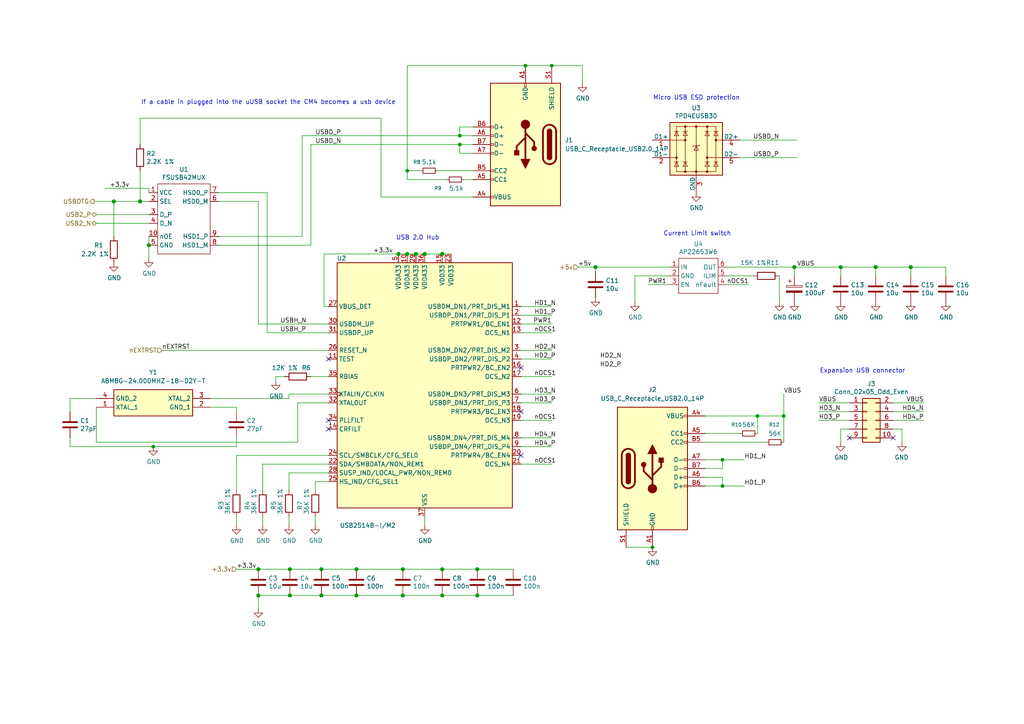
<source format=kicad_sch>
(kicad_sch (version 20250114) (generator "eeschema") (generator_version "9.0")
  (paper "A4")
  (title_block (title "NFC terminal carreir board") (date "2025-08-16") (rev "1") (company "Grigorii Merkushev (aka brushknight)") (comment 1 "brushknight.com"))
  (lib_symbols
    (symbol "ABM8G-24_000MHZ-18-D2Y-T:ABM8G-24.000MHZ-18-D2Y-T"
      (property "Reference" "Y" (at 29.21 7.62 0))
      (property "Value" "ABM8G-24.000MHZ-18-D2Y-T" (at 29.21 5.08 0))
      (symbol "ABM8G-24.000MHZ-18-D2Y-T_1_1"
        (pin passive line (at 0 0 0) (length 5.08) (name "GND_2") (number "4"))
        (pin passive line (at 0 -2.54 0) (length 5.08) (name "XTAL_1") (number "1"))
        (pin passive line (at 33.02 0 180) (length 5.08) (name "XTAL_2") (number "3"))
        (pin passive line (at 33.02 -2.54 180) (length 5.08) (name "GND_1") (number "2"))
      )
    )
    (symbol "CM4IO:AP2553W6"
      (property "Reference" "U" (at 3.81 -6.35 0))
      (property "Value" "AP2553W6" (at -3.81 -6.35 0))
      (symbol "AP2553W6_0_0"
        (pin power_in line (at -8.89 2.54 0) (length 2.54) (name "IN") (number "1"))
        (pin power_out line (at -8.89 0 0) (length 2.54) (name "GND") (number "2"))
        (pin input line (at -8.89 -2.54 0) (length 2.54) (name "EN") (number "3"))
        (pin power_out line (at 7.62 2.54 180) (length 2.54) (name "OUT") (number "6"))
        (pin passive line (at 7.62 0 180) (length 2.54) (name "ILIM") (number "5"))
        (pin open_collector line (at 7.62 -2.54 180) (length 2.54) (name "nFault") (number "4"))
      )
    )
    (symbol "CM4IO:FSUSB42MX"
      (property "Reference" "U" (at -7.62 20.32 0))
      (property "Value" "FSUSB42MX" (at -2.54 -2.54 0))
      (symbol "FSUSB42MX_0_0"
        (pin bidirectional line (at -11.43 16.51 0) (length 2.54) (name "HSD0_P") (number "7"))
        (pin bidirectional line (at -11.43 13.97 0) (length 2.54) (name "HSD0_M") (number "6"))
        (pin bidirectional line (at -11.43 3.81 0) (length 2.54) (name "HSD1_P") (number "9"))
        (pin bidirectional line (at -11.43 1.27 0) (length 2.54) (name "HSD1_M") (number "8"))
        (pin power_in line (at 8.89 16.51 180) (length 2.54) (name "VCC") (number "1"))
        (pin input line (at 8.89 13.97 180) (length 2.54) (name "SEL") (number "2"))
        (pin bidirectional line (at 8.89 10.16 180) (length 2.54) (name "D_P") (number "3"))
        (pin bidirectional line (at 8.89 7.62 180) (length 2.54) (name "D_N") (number "4"))
        (pin input line (at 8.89 3.81 180) (length 2.54) (name "nOE") (number "10"))
        (pin power_in line (at 8.89 1.27 180) (length 2.54) (name "GND") (number "5"))
      )
    )
    (symbol "CM4IO:TPD4EUSB30" (pin_names (offset 0))
      (property "Reference" "U" (at -0.635 8.89 0))
      (property "Value" "TPD4EUSB30" (at 8.89 -10.16 0))
      (symbol "TPD4EUSB30_1_1"
        (pin passive line (at -12.7 2.54 0) (length 5.08) (name "D1+") (number "1"))
        (pin passive line (at -12.7 2.54 0) (length 5.08) (hide yes) (name "~") (number "10"))
        (pin passive line (at -12.7 -2.54 0) (length 5.08) (name "D1-") (number "2"))
        (pin passive line (at -12.7 -2.54 0) (length 5.08) (hide yes) (name "~") (number "9"))
        (pin power_in line (at 0 -12.7 90) (length 5.08) (name "GND") (number "3"))
        (pin passive line (at 0 -12.7 90) (length 5.08) (hide yes) (name "GND") (number "8"))
        (pin passive line (at 12.7 2.54 180) (length 5.08) (name "D2+") (number "4"))
        (pin passive line (at 12.7 2.54 180) (length 5.08) (hide yes) (name "~") (number "7"))
        (pin passive line (at 12.7 -2.54 180) (length 5.08) (name "D2-") (number "5"))
        (pin passive line (at 12.7 -2.54 180) (length 5.08) (hide yes) (name "~") (number "6"))
      )
    )
    (symbol "Connector:USB_C_Receptacle_USB2.0_14P" (pin_names (offset 1.016))
      (property "Reference" "J" (at 0 22.225 0))
      (property "Value" "USB_C_Receptacle_USB2.0_14P" (at 0 19.685 0))
      (symbol "USB_C_Receptacle_USB2.0_14P_1_1"
        (pin passive line (at -7.62 -22.86 90) (length 5.08) (name "SHIELD") (number "S1"))
        (pin passive line (at 0 -22.86 90) (length 5.08) (name "GND") (number "A1"))
        (pin passive line (at 0 -22.86 90) (length 5.08) (hide yes) (name "GND") (number "A12"))
        (pin passive line (at 0 -22.86 90) (length 5.08) (hide yes) (name "GND") (number "B1"))
        (pin passive line (at 0 -22.86 90) (length 5.08) (hide yes) (name "GND") (number "B12"))
        (pin passive line (at 15.24 15.24 180) (length 5.08) (name "VBUS") (number "A4"))
        (pin passive line (at 15.24 15.24 180) (length 5.08) (hide yes) (name "VBUS") (number "A9"))
        (pin passive line (at 15.24 15.24 180) (length 5.08) (hide yes) (name "VBUS") (number "B4"))
        (pin passive line (at 15.24 15.24 180) (length 5.08) (hide yes) (name "VBUS") (number "B9"))
        (pin bidirectional line (at 15.24 10.16 180) (length 5.08) (name "CC1") (number "A5"))
        (pin bidirectional line (at 15.24 7.62 180) (length 5.08) (name "CC2") (number "B5"))
        (pin bidirectional line (at 15.24 2.54 180) (length 5.08) (name "D-") (number "A7"))
        (pin bidirectional line (at 15.24 0 180) (length 5.08) (name "D-") (number "B7"))
        (pin bidirectional line (at 15.24 -2.54 180) (length 5.08) (name "D+") (number "A6"))
        (pin bidirectional line (at 15.24 -5.08 180) (length 5.08) (name "D+") (number "B6"))
      )
    )
    (symbol "Connector_Generic:Conn_02x05_Odd_Even" (pin_names (hide yes))
      (property "Reference" "J" (at 1.27 7.62 0))
      (property "Value" "Conn_02x05_Odd_Even" (at 1.27 -7.62 0))
      (symbol "Conn_02x05_Odd_Even_1_1"
        (pin passive line (at -5.08 5.08 0) (length 3.81) (name "Pin_1") (number "1"))
        (pin passive line (at -5.08 2.54 0) (length 3.81) (name "Pin_3") (number "3"))
        (pin passive line (at -5.08 0 0) (length 3.81) (name "Pin_5") (number "5"))
        (pin passive line (at -5.08 -2.54 0) (length 3.81) (name "Pin_7") (number "7"))
        (pin passive line (at -5.08 -5.08 0) (length 3.81) (name "Pin_9") (number "9"))
        (pin passive line (at 7.62 5.08 180) (length 3.81) (name "Pin_2") (number "2"))
        (pin passive line (at 7.62 2.54 180) (length 3.81) (name "Pin_4") (number "4"))
        (pin passive line (at 7.62 0 180) (length 3.81) (name "Pin_6") (number "6"))
        (pin passive line (at 7.62 -2.54 180) (length 3.81) (name "Pin_8") (number "8"))
        (pin passive line (at 7.62 -5.08 180) (length 3.81) (name "Pin_10") (number "10"))
      )
    )
    (symbol "Device:C" (pin_numbers (hide yes)) (pin_names (offset 0.254))
      (property "Reference" "C" (at 0.635 2.54 0))
      (property "Value" "C" (at 0.635 -2.54 0))
      (symbol "C_1_1"
        (pin passive line (at 0 3.81 270) (length 2.794) (name "~") (number "1"))
        (pin passive line (at 0 -3.81 90) (length 2.794) (name "~") (number "2"))
      )
    )
    (symbol "Device:CP" (pin_numbers (hide yes)) (pin_names (offset 0.254))
      (property "Reference" "C" (at 0.635 2.54 0))
      (property "Value" "CP" (at 0.635 -2.54 0))
      (symbol "CP_1_1"
        (pin passive line (at 0 3.81 270) (length 2.794) (name "~") (number "1"))
        (pin passive line (at 0 -3.81 90) (length 2.794) (name "~") (number "2"))
      )
    )
    (symbol "Device:R" (pin_numbers (hide yes)) (pin_names (offset 0))
      (property "Reference" "R" (at 2.032 0 90))
      (property "Value" "R" (at 0 0 90))
      (symbol "R_1_1"
        (pin passive line (at 0 3.81 270) (length 1.27) (name "~") (number "1"))
        (pin passive line (at 0 -3.81 90) (length 1.27) (name "~") (number "2"))
      )
    )
    (symbol "Device:R_Small" (pin_numbers (hide yes)) (pin_names (offset 0.254) (hide yes))
      (property "Reference" "R" (at 0 0 90))
      (property "Value" "R_Small" (at 1.778 0 90))
      (symbol "R_Small_1_1"
        (pin passive line (at 0 2.54 270) (length 0.762) (name "~") (number "1"))
        (pin passive line (at 0 -2.54 90) (length 0.762) (name "~") (number "2"))
      )
    )
    (symbol "Interface_USB:USB2514B_Bi"
      (property "Reference" "U" (at -17.78 40.64 0))
      (property "Value" "USB2514B_Bi" (at -20.32 38.1 0))
      (symbol "USB2514B_Bi_1_1"
        (pin input line (at -27.94 22.86 0) (length 2.54) (name "VBUS_DET") (number "27"))
        (pin bidirectional line (at -27.94 17.78 0) (length 2.54) (name "USBDM_UP") (number "30"))
        (pin bidirectional line (at -27.94 15.24 0) (length 2.54) (name "USBDP_UP") (number "31"))
        (pin input line (at -27.94 10.16 0) (length 2.54) (name "RESET_N") (number "26"))
        (pin input line (at -27.94 7.62 0) (length 2.54) (name "TEST") (number "11"))
        (pin input line (at -27.94 2.54 0) (length 2.54) (name "RBIAS") (number "35"))
        (pin input clock (at -27.94 -2.54 0) (length 2.54) (name "XTALIN/CLKIN") (number "33"))
        (pin output line (at -27.94 -5.08 0) (length 2.54) (name "XTALOUT") (number "32"))
        (pin input line (at -27.94 -10.16 0) (length 2.54) (name "PLLFILT") (number "34"))
        (pin input line (at -27.94 -12.7 0) (length 2.54) (name "CRFILT") (number "14"))
        (pin bidirectional line (at -27.94 -20.32 0) (length 2.54) (name "SCL/SMBCLK/CFG_SEL0") (number "24"))
        (pin bidirectional line (at -27.94 -22.86 0) (length 2.54) (name "SDA/SMBDATA/NON_REM1") (number "22"))
        (pin bidirectional line (at -27.94 -25.4 0) (length 2.54) (name "SUSP_IND/LOCAL_PWR/NON_REM0") (number "28"))
        (pin bidirectional line (at -27.94 -27.94 0) (length 2.54) (name "HS_IND/CFG_SEL1") (number "25"))
        (pin power_in line (at -7.62 38.1 270) (length 2.54) (name "VDDA33") (number "5"))
        (pin power_in line (at -5.08 38.1 270) (length 2.54) (name "VDDA33") (number "10"))
        (pin power_in line (at -2.54 38.1 270) (length 2.54) (name "VDDA33") (number "29"))
        (pin power_in line (at 0 38.1 270) (length 2.54) (name "VDDA33") (number "36"))
        (pin power_in line (at 0 -38.1 90) (length 2.54) (name "VSS") (number "37"))
        (pin power_in line (at 5.08 38.1 270) (length 2.54) (name "VDD33") (number "15"))
        (pin power_in line (at 7.62 38.1 270) (length 2.54) (name "VDD33") (number "23"))
        (pin bidirectional line (at 27.94 22.86 180) (length 2.54) (name "USBDM_DN1/PRT_DIS_M1") (number "1"))
        (pin bidirectional line (at 27.94 20.32 180) (length 2.54) (name "USBDP_DN1/PRT_DIS_P1") (number "2"))
        (pin bidirectional line (at 27.94 17.78 180) (length 2.54) (name "PRTPWR1/BC_EN1") (number "12"))
        (pin input line (at 27.94 15.24 180) (length 2.54) (name "OCS_N1") (number "13"))
        (pin bidirectional line (at 27.94 10.16 180) (length 2.54) (name "USBDM_DN2/PRT_DIS_M2") (number "3"))
        (pin bidirectional line (at 27.94 7.62 180) (length 2.54) (name "USBDP_DN2/PRT_DIS_P2") (number "4"))
        (pin bidirectional line (at 27.94 5.08 180) (length 2.54) (name "PRTPWR2/BC_EN2") (number "16"))
        (pin input line (at 27.94 2.54 180) (length 2.54) (name "OCS_N2") (number "17"))
        (pin bidirectional line (at 27.94 -2.54 180) (length 2.54) (name "USBDM_DN3/PRT_DIS_M3") (number "6"))
        (pin bidirectional line (at 27.94 -5.08 180) (length 2.54) (name "USBDP_DN3/PRT_DIS_P3") (number "7"))
        (pin bidirectional line (at 27.94 -7.62 180) (length 2.54) (name "PRTPWR3/BC_EN3") (number "18"))
        (pin input line (at 27.94 -10.16 180) (length 2.54) (name "OCS_N3") (number "19"))
        (pin bidirectional line (at 27.94 -15.24 180) (length 2.54) (name "USBDM_DN4/PRT_DIS_M4") (number "8"))
        (pin bidirectional line (at 27.94 -17.78 180) (length 2.54) (name "USBDP_DN4/PRT_DIS_P4") (number "9"))
        (pin bidirectional line (at 27.94 -20.32 180) (length 2.54) (name "PRTPWR4/BC_EN4") (number "20"))
        (pin input line (at 27.94 -22.86 180) (length 2.54) (name "OCS_N4") (number "21"))
      )
    )
    (symbol "power:GND" (power) (pin_names (offset 0))
      (property "Value" "GND" (at 0 -3.81 0))
      (symbol "GND_1_1"
        (pin power_in line (at 0 0 270) (length 0) (hide yes) (name "GND") (number "1"))
      )
    )
  )
  (text "Expansion USB connector" (at 262.6106 108.3818 0) (effects (font (size 1.27 1.27)) (justify right bottom)))
  (text "Current Limit switch" (at 212.09 68.58 0) (effects (font (size 1.27 1.27)) (justify right bottom)))
  (text "USB 2.0 Hub" (at 127.4318 69.7992 0) (effects (font (size 1.27 1.27)) (justify right bottom)))
  (text "If a cable in plugged into the uUSB socket the CM4 becomes a usb device" (at 40.894 30.48 0) (effects (font (size 1.27 1.27)) (justify left bottom)))
  (text "Micro USB ESD protection" (at 214.63 29.21 0) (effects (font (size 1.27 1.27)) (justify right bottom)))
  (junction (at 103.378 165.1) (diameter 1.016))
  (junction (at 103.378 172.72) (diameter 1.016))
  (junction (at 138.43 165.1) (diameter 1.016))
  (junction (at 93.218 165.1) (diameter 1.016))
  (junction (at 74.93 172.72) (diameter 1.016))
  (junction (at 172.72 77.47) (diameter 1.016))
  (junction (at 227.33 120.65))
  (junction (at 116.84 165.1) (diameter 1.016))
  (junction (at 84.074 165.1) (diameter 1.016))
  (junction (at 118.11 49.53))
  (junction (at 128.27 172.72) (diameter 1.016))
  (junction (at 254 77.47) (diameter 1.016))
  (junction (at 152.4 19.05))
  (junction (at 120.65 73.66) (diameter 1.016))
  (junction (at 128.27 73.66) (diameter 1.016))
  (junction (at 44.45 129.54))
  (junction (at 133.35 41.91))
  (junction (at 160.02 19.05))
  (junction (at 40.64 58.42) (diameter 1.016))
  (junction (at 123.19 73.66) (diameter 1.016))
  (junction (at 128.27 165.1) (diameter 1.016))
  (junction (at 230.378 77.47) (diameter 1.016))
  (junction (at 209.55 140.97))
  (junction (at 74.93 165.1) (diameter 1.016))
  (junction (at 93.218 172.72) (diameter 1.016))
  (junction (at 209.55 133.35))
  (junction (at 219.71 120.65))
  (junction (at 84.074 172.72) (diameter 1.016))
  (junction (at 133.35 39.37))
  (junction (at 264.16 77.47) (diameter 1.016))
  (junction (at 189.23 158.75))
  (junction (at 43.18 71.12) (diameter 1.016))
  (junction (at 33.02 58.42) (diameter 1.016))
  (junction (at 115.57 73.66) (diameter 1.016))
  (junction (at 243.84 77.47) (diameter 1.016))
  (junction (at 116.84 172.72) (diameter 1.016))
  (junction (at 118.11 73.66) (diameter 1.016))
  (junction (at 138.43 172.72) (diameter 1.016))
  (no_connect (at 95.25 121.92))
  (no_connect (at 95.25 104.14))
  (no_connect (at 246.38 127))
  (no_connect (at 259.08 127))
  (no_connect (at 95.25 124.46))
  (no_connect (at 151.13 119.38))
  (no_connect (at 151.13 106.68))
  (no_connect (at 151.13 132.08))
  (wire (pts (xy 151.13 96.52) (xy 160.02 96.52)))
  (wire (pts (xy 209.55 140.97) (xy 215.9 140.97)))
  (wire (pts (xy 267.97 121.92) (xy 259.08 121.92)))
  (wire (pts (xy 151.13 88.9) (xy 160.02 88.9)))
  (wire (pts (xy 133.35 41.91) (xy 137.16 41.91)))
  (wire (pts (xy 74.93 165.1) (xy 84.074 165.1)))
  (wire (pts (xy 151.13 116.84) (xy 160.02 116.84)))
  (wire (pts (xy 172.72 77.47) (xy 194.31 77.47)))
  (wire (pts (xy 93.218 165.1) (xy 103.378 165.1)))
  (wire (pts (xy 267.97 116.84) (xy 259.08 116.84)))
  (wire (pts (xy 237.49 116.84) (xy 246.38 116.84)))
  (wire (pts (xy 151.13 91.44) (xy 160.02 91.44)))
  (wire (pts (xy 134.62 52.07) (xy 137.16 52.07)))
  (wire (pts (xy 95.25 93.98) (xy 74.93 93.98)))
  (wire (pts (xy 83.82 142.24) (xy 83.82 137.16)))
  (wire (pts (xy 168.91 19.05) (xy 168.91 24.13)))
  (wire (pts (xy 209.55 135.89) (xy 204.47 135.89)))
  (wire (pts (xy 60.96 115.57) (xy 83.82 115.57)))
  (wire (pts (xy 151.13 114.3) (xy 160.02 114.3)))
  (wire (pts (xy 138.43 165.1) (xy 148.844 165.1)))
  (wire (pts (xy 68.58 149.86) (xy 68.58 152.4)))
  (wire (pts (xy 204.47 120.65) (xy 219.71 120.65)))
  (wire (pts (xy 194.31 80.01) (xy 184.15 80.01)))
  (wire (pts (xy 93.98 88.9) (xy 93.98 73.66)))
  (wire (pts (xy 43.18 58.42) (xy 40.64 58.42)))
  (wire (pts (xy 77.47 55.88) (xy 77.47 96.52)))
  (wire (pts (xy 184.15 80.01) (xy 184.15 87.63)))
  (wire (pts (xy 219.71 120.65) (xy 227.33 120.65)))
  (wire (pts (xy 74.93 58.42) (xy 74.93 93.98)))
  (wire (pts (xy 118.11 73.66) (xy 120.65 73.66)))
  (wire (pts (xy 151.13 134.62) (xy 160.02 134.62)))
  (wire (pts (xy 43.18 55.88) (xy 43.18 54.61)))
  (wire (pts (xy 82.55 109.22) (xy 80.01 109.22)))
  (wire (pts (xy 118.11 52.07) (xy 118.11 49.53)))
  (wire (pts (xy 128.27 172.72) (xy 138.43 172.72)))
  (wire (pts (xy 68.58 129.54) (xy 44.45 129.54)))
  (wire (pts (xy 63.5 71.12) (xy 90.17 71.12)))
  (wire (pts (xy 91.44 149.86) (xy 91.44 152.4)))
  (wire (pts (xy 127 49.53) (xy 137.16 49.53)))
  (wire (pts (xy 254 77.47) (xy 264.16 77.47)))
  (wire (pts (xy 264.16 77.47) (xy 264.16 80.01)))
  (wire (pts (xy 118.11 19.05) (xy 152.4 19.05)))
  (wire (pts (xy 76.2 134.62) (xy 95.25 134.62)))
  (wire (pts (xy 90.17 71.12) (xy 90.17 41.91)))
  (wire (pts (xy 204.47 125.73) (xy 214.63 125.73)))
  (wire (pts (xy 137.16 36.83) (xy 133.35 36.83)))
  (wire (pts (xy 76.2 149.86) (xy 76.2 152.4)))
  (wire (pts (xy 204.47 138.43) (xy 209.55 138.43)))
  (wire (pts (xy 151.13 101.6) (xy 160.02 101.6)))
  (wire (pts (xy 90.17 109.22) (xy 95.25 109.22)))
  (wire (pts (xy 210.82 77.47) (xy 230.378 77.47)))
  (wire (pts (xy 230.378 77.47) (xy 243.84 77.47)))
  (wire (pts (xy 209.55 133.35) (xy 209.55 135.89)))
  (wire (pts (xy 167.64 77.47) (xy 172.72 77.47)))
  (wire (pts (xy 27.94 128.27) (xy 86.36 128.27)))
  (wire (pts (xy 151.13 121.92) (xy 160.02 121.92)))
  (wire (pts (xy 123.19 73.66) (xy 128.27 73.66)))
  (wire (pts (xy 152.4 19.05) (xy 160.02 19.05)))
  (wire (pts (xy 214.63 40.64) (xy 231.14 40.64)))
  (wire (pts (xy 243.84 77.47) (xy 254 77.47)))
  (wire (pts (xy 27.94 118.11) (xy 27.94 128.27)))
  (wire (pts (xy 63.5 68.58) (xy 87.63 68.58)))
  (wire (pts (xy 27.94 64.77) (xy 43.18 64.77)))
  (wire (pts (xy 84.074 172.72) (xy 93.218 172.72)))
  (wire (pts (xy 68.58 132.08) (xy 95.25 132.08)))
  (wire (pts (xy 204.47 133.35) (xy 209.55 133.35)))
  (wire (pts (xy 133.35 44.45) (xy 133.35 41.91)))
  (wire (pts (xy 151.13 104.14) (xy 160.02 104.14)))
  (wire (pts (xy 95.25 116.84) (xy 86.36 116.84)))
  (wire (pts (xy 87.63 68.58) (xy 87.63 39.37)))
  (wire (pts (xy 261.62 124.46) (xy 261.62 128.27)))
  (wire (pts (xy 214.63 45.72) (xy 231.14 45.72)))
  (wire (pts (xy 93.98 73.66) (xy 115.57 73.66)))
  (wire (pts (xy 83.82 149.86) (xy 83.82 152.4)))
  (wire (pts (xy 219.71 125.73) (xy 219.71 120.65)))
  (wire (pts (xy 237.49 121.92) (xy 246.38 121.92)))
  (wire (pts (xy 133.35 36.83) (xy 133.35 39.37)))
  (wire (pts (xy 86.36 116.84) (xy 86.36 128.27)))
  (wire (pts (xy 151.13 109.22) (xy 160.02 109.22)))
  (wire (pts (xy 91.44 142.24) (xy 91.44 139.7)))
  (wire (pts (xy 20.32 129.54) (xy 20.32 127)))
  (wire (pts (xy 254 77.47) (xy 254 80.01)))
  (wire (pts (xy 120.65 73.66) (xy 123.19 73.66)))
  (wire (pts (xy 27.305 58.42) (xy 33.02 58.42)))
  (wire (pts (xy 226.06 80.01) (xy 226.06 87.63)))
  (wire (pts (xy 204.47 140.97) (xy 209.55 140.97)))
  (wire (pts (xy 138.43 172.72) (xy 148.844 172.72)))
  (wire (pts (xy 103.378 172.72) (xy 116.84 172.72)))
  (wire (pts (xy 83.82 114.3) (xy 95.25 114.3)))
  (wire (pts (xy 63.5 55.88) (xy 77.47 55.88)))
  (wire (pts (xy 137.16 44.45) (xy 133.35 44.45)))
  (wire (pts (xy 123.19 149.86) (xy 123.19 152.4)))
  (wire (pts (xy 230.378 77.47) (xy 230.378 80.01)))
  (wire (pts (xy 121.92 49.53) (xy 118.11 49.53)))
  (wire (pts (xy 93.218 172.72) (xy 103.378 172.72)))
  (wire (pts (xy 118.11 49.53) (xy 118.11 19.05)))
  (wire (pts (xy 237.49 119.38) (xy 246.38 119.38)))
  (wire (pts (xy 227.33 120.65) (xy 227.33 114.3)))
  (wire (pts (xy 103.378 165.1) (xy 116.84 165.1)))
  (wire (pts (xy 151.13 93.98) (xy 160.02 93.98)))
  (wire (pts (xy 209.55 133.35) (xy 215.9 133.35)))
  (wire (pts (xy 115.57 73.66) (xy 118.11 73.66)))
  (wire (pts (xy 160.02 19.05) (xy 168.91 19.05)))
  (wire (pts (xy 30.48 54.61) (xy 43.18 54.61)))
  (wire (pts (xy 210.82 82.55) (xy 217.17 82.55)))
  (wire (pts (xy 274.32 80.01) (xy 274.32 77.47)))
  (wire (pts (xy 210.82 80.01) (xy 218.44 80.01)))
  (wire (pts (xy 187.96 82.55) (xy 194.31 82.55)))
  (wire (pts (xy 95.25 88.9) (xy 93.98 88.9)))
  (wire (pts (xy 68.58 118.11) (xy 68.58 119.38)))
  (wire (pts (xy 91.44 139.7) (xy 95.25 139.7)))
  (wire (pts (xy 74.93 176.53) (xy 74.93 172.72)))
  (wire (pts (xy 20.32 119.38) (xy 20.32 115.57)))
  (wire (pts (xy 209.55 138.43) (xy 209.55 140.97)))
  (wire (pts (xy 20.32 115.57) (xy 27.94 115.57)))
  (wire (pts (xy 128.27 73.66) (xy 130.81 73.66)))
  (wire (pts (xy 181.61 158.75) (xy 189.23 158.75)))
  (wire (pts (xy 77.47 96.52) (xy 95.25 96.52)))
  (wire (pts (xy 259.08 124.46) (xy 261.62 124.46)))
  (wire (pts (xy 63.5 58.42) (xy 74.93 58.42)))
  (wire (pts (xy 243.84 124.46) (xy 246.38 124.46)))
  (wire (pts (xy 74.93 172.72) (xy 84.074 172.72)))
  (wire (pts (xy 68.58 165.1) (xy 74.93 165.1)))
  (wire (pts (xy 43.18 71.12) (xy 43.18 74.93)))
  (wire (pts (xy 33.02 58.42) (xy 33.02 68.58)))
  (wire (pts (xy 116.84 172.72) (xy 128.27 172.72)))
  (wire (pts (xy 151.13 129.54) (xy 160.02 129.54)))
  (wire (pts (xy 243.84 124.46) (xy 243.84 128.27)))
  (wire (pts (xy 116.84 165.1) (xy 128.27 165.1)))
  (wire (pts (xy 129.54 52.07) (xy 118.11 52.07)))
  (wire (pts (xy 40.64 49.53) (xy 40.64 58.42)))
  (wire (pts (xy 227.33 120.65) (xy 227.33 128.27)))
  (wire (pts (xy 46.99 101.6) (xy 95.25 101.6)))
  (wire (pts (xy 68.58 127) (xy 68.58 129.54)))
  (wire (pts (xy 128.27 165.1) (xy 138.43 165.1)))
  (wire (pts (xy 151.13 127) (xy 160.02 127)))
  (wire (pts (xy 204.47 128.27) (xy 222.25 128.27)))
  (wire (pts (xy 27.94 62.23) (xy 43.18 62.23)))
  (wire (pts (xy 264.16 77.47) (xy 274.32 77.47)))
  (wire (pts (xy 76.2 142.24) (xy 76.2 134.62)))
  (wire (pts (xy 40.64 34.29) (xy 110.49 34.29)))
  (wire (pts (xy 40.64 58.42) (xy 33.02 58.42)))
  (wire (pts (xy 68.58 142.24) (xy 68.58 132.08)))
  (wire (pts (xy 60.96 118.11) (xy 68.58 118.11)))
  (wire (pts (xy 110.49 57.15) (xy 137.16 57.15)))
  (wire (pts (xy 90.17 41.91) (xy 133.35 41.91)))
  (wire (pts (xy 84.074 165.1) (xy 93.218 165.1)))
  (wire (pts (xy 87.63 39.37) (xy 133.35 39.37)))
  (wire (pts (xy 172.72 78.74) (xy 172.72 77.47)))
  (wire (pts (xy 80.01 109.22) (xy 80.01 110.49)))
  (wire (pts (xy 133.35 39.37) (xy 137.16 39.37)))
  (wire (pts (xy 40.64 41.91) (xy 40.64 34.29)))
  (wire (pts (xy 83.82 137.16) (xy 95.25 137.16)))
  (wire (pts (xy 43.18 68.58) (xy 43.18 71.12)))
  (wire (pts (xy 267.97 119.38) (xy 259.08 119.38)))
  (wire (pts (xy 110.49 34.29) (xy 110.49 57.15)))
  (wire (pts (xy 83.82 114.3) (xy 83.82 115.57)))
  (wire (pts (xy 44.45 129.54) (xy 20.32 129.54)))
  (wire (pts (xy 243.84 80.01) (xy 243.84 77.47)))
  (label "nOCS1" (at 154.94 96.52 0))
  (label "+3.3v" (at 31.75 54.61 0))
  (label "HD3_N" (at 237.49 119.38 0))
  (label "HD1_N" (at 154.94 88.9 0))
  (label "HD4_P" (at 154.94 129.54 0))
  (label "HD1_N" (at 215.9 133.35 0))
  (label "HD1_P" (at 215.9 140.97 0))
  (label "VBUS" (at 237.49 116.84 0))
  (label "nOCS1" (at 210.82 82.55 0))
  (label "PWR1" (at 160.02 93.98 180))
  (label "USBD_N" (at 218.44 40.64 0))
  (label "nOCS1" (at 154.94 109.22 0))
  (label "VBUS" (at 231.14 77.47 0))
  (label "USBD_N" (at 91.44 41.91 0))
  (label "HD2_P" (at 154.94 104.14 0))
  (label "+3.3v" (at 68.58 165.1 0))
  (label "+5v" (at 167.64 77.47 0))
  (label "HD4_N" (at 154.94 127 0))
  (label "HD4_P" (at 267.97 121.92 180))
  (label "USBH_P" (at 81.28 96.52 0))
  (label "HD3_P" (at 154.94 116.84 0))
  (label "nEXTRST" (at 46.99 101.6 0))
  (label "+3.3v" (at 108.204 73.66 0))
  (label "HD2_N" (at 154.94 101.6 0))
  (label "USBD_P" (at 218.44 45.72 0))
  (label "USBD_P" (at 91.44 39.37 0))
  (label "HD4_N" (at 267.97 119.38 180))
  (label "nOCS1" (at 154.94 134.62 0))
  (label "nOCS1" (at 154.94 121.92 0))
  (label "HD3_P" (at 237.49 121.92 0))
  (label "PWR1" (at 187.96 82.55 0))
  (label "VBUS" (at 227.33 114.3 0))
  (label "USBH_N" (at 81.28 93.98 0))
  (label "HD2_N" (at 173.99 104.14 0))
  (label "HD3_N" (at 154.94 114.3 0))
  (label "HD1_P" (at 154.94 91.44 0))
  (label "VBUS" (at 267.97 116.84 180))
  (label "HD2_P" (at 173.99 106.68 0))
  (hierarchical_label "USB2_N" (shape bidirectional) (at 27.94 64.77 180))
  (hierarchical_label "USBOTG" (shape output) (at 27.305 58.42 180))
  (hierarchical_label "+3.3v" (shape input) (at 68.58 165.1 180))
  (hierarchical_label "USB2_P" (shape bidirectional) (at 27.94 62.23 180))
  (hierarchical_label "nEXTRST" (shape input) (at 46.99 101.6 180))
  (hierarchical_label "+5v" (shape input) (at 167.64 77.47 180))
  (symbol (lib_id "power:GND") (at 243.84 128.27 0) (unit 1)
    (property "Reference" "#PWR019" (effects (hide yes)))
    (property "Value" "GND" (at 243.967 132.6642 0))
  )
  (symbol (lib_id "power:GND") (at 261.62 128.27 0) (mirror y) (unit 1)
    (property "Reference" "#PWR021" (effects (hide yes)))
    (property "Value" "GND" (at 261.493 132.6642 0))
  )
  (symbol (lib_id "Connector_Generic:Conn_02x05_Odd_Even") (at 251.46 121.92 0) (unit 1)
    (property "Reference" "J3" (at 252.73 111.3282 0))
    (property "Value" "Conn_02x05_Odd_Even" (at 252.73 113.6396 0))
    (property "Footprint" "Connector_PinHeader_2.54mm:PinHeader_2x05_P2.54mm_Vertical" (effects (hide yes)))
    (property "Datasheet" "https://www.toby.co.uk/uploads/publications/1673.pdf" (effects (hide yes)))
    (property "Field4" "Toby" (effects (hide yes)))
    (property "Field5" "THD-05-R" (effects (hide yes)))
    (property "Field6" "THD-05-R" (effects (hide yes)))
    (property "Field7" "Toby" (effects (hide yes)))
    (property "Part Description" "PinHeader_2x05_P2.54mm_Vertical" (effects (hide yes)))
  )
  (symbol (lib_id "Device:R") (at 40.64 45.72 0) (unit 1)
    (property "Reference" "R2" (at 42.418 44.5516 0) (effects (justify left)))
    (property "Value" "2.2K 1%" (at 42.418 46.863 0) (effects (justify left)))
    (property "Footprint" "Resistor_SMD:R_0402_1005Metric" (effects (hide yes)))
    (property "Datasheet" "https://fscdn.rohm.com/en/products/databook/datasheet/passive/resistor/chip_resistor/mcr-e.pdf" (effects (hide yes)))
    (property "Field4" "Farnell" (effects (hide yes)))
    (property "Field5" "9239278" (effects (hide yes)))
    (property "Field7" "KOA EUROPE GMBH" (effects (hide yes)))
    (property "Field6" "RK73G1ETQTP2201D         " (effects (hide yes)))
    (property "Part Description" "Resistor 2.2K M1005 1% 63mW" (effects (hide yes)))
    (property "Field8" "120889581" (effects (hide yes)))
    (property "LCSC" "C114762" (effects (hide yes)))
  )
  (symbol (lib_id "power:GND") (at 172.72 86.36 0) (unit 1)
    (property "Reference" "#PWR012" (effects (hide yes)))
    (property "Value" "GND" (at 172.847 90.7542 0))
  )
  (symbol (lib_id "Device:C") (at 243.84 83.82 0) (unit 1)
    (property "Reference" "C13" (at 246.761 82.6516 0) (effects (justify left)))
    (property "Value" "10u" (at 246.761 84.963 0) (effects (justify left)))
    (property "Footprint" "Capacitor_SMD:C_0805_2012Metric" (effects (hide yes)))
    (property "Datasheet" "https://search.murata.co.jp/Ceramy/image/img/A01X/G101/ENG/GRM21BR71A106KA73-01.pdf" (effects (hide yes)))
    (property "Field5" "490-14381-1-ND" (effects (hide yes)))
    (property "Field4" "Digikey" (effects (hide yes)))
    (property "Field6" "GRM21BR71A106KA73L" (effects (hide yes)))
    (property "Field7" "Murata" (effects (hide yes)))
    (property "Part Description" "	10uF 10% 10V Ceramic Capacitor X7R 0805 (2012 Metric)" (effects (hide yes)))
    (property "Field8" "111893011" (effects (hide yes)))
    (property "LCSC" "C15850" (effects (hide yes)))
  )
  (symbol (lib_id "power:GND") (at 243.84 87.63 0) (unit 1)
    (property "Reference" "#PWR018" (effects (hide yes)))
    (property "Value" "GND" (at 243.967 92.0242 0))
  )
  (symbol (lib_id "Device:C") (at 254 83.82 0) (unit 1)
    (property "Reference" "C14" (at 256.921 82.6516 0) (effects (justify left)))
    (property "Value" "10u" (at 256.921 84.963 0) (effects (justify left)))
    (property "Footprint" "Capacitor_SMD:C_0805_2012Metric" (effects (hide yes)))
    (property "Datasheet" "https://search.murata.co.jp/Ceramy/image/img/A01X/G101/ENG/GRM21BR71A106KA73-01.pdf" (effects (hide yes)))
    (property "Field5" "490-14381-1-ND" (effects (hide yes)))
    (property "Field4" "Digikey" (effects (hide yes)))
    (property "Field6" "GRM21BR71A106KA73L" (effects (hide yes)))
    (property "Field7" "Murata" (effects (hide yes)))
    (property "Part Description" "	10uF 10% 10V Ceramic Capacitor X7R 0805 (2012 Metric)" (effects (hide yes)))
    (property "Field8" "111893011" (effects (hide yes)))
    (property "LCSC" "C15850" (effects (hide yes)))
  )
  (symbol (lib_id "power:GND") (at 254 87.63 0) (unit 1)
    (property "Reference" "#PWR020" (effects (hide yes)))
    (property "Value" "GND" (at 254.127 92.0242 0))
  )
  (symbol (lib_id "Device:C") (at 264.16 83.82 0) (unit 1)
    (property "Reference" "C15" (at 267.081 82.6516 0) (effects (justify left)))
    (property "Value" "10u" (at 267.081 84.963 0) (effects (justify left)))
    (property "Footprint" "Capacitor_SMD:C_0805_2012Metric" (effects (hide yes)))
    (property "Datasheet" "https://search.murata.co.jp/Ceramy/image/img/A01X/G101/ENG/GRM21BR71A106KA73-01.pdf" (effects (hide yes)))
    (property "Field5" "490-14381-1-ND" (effects (hide yes)))
    (property "Field4" "Digikey" (effects (hide yes)))
    (property "Field6" "GRM21BR71A106KA73L" (effects (hide yes)))
    (property "Field7" "Murata" (effects (hide yes)))
    (property "Part Description" "	10uF 10% 10V Ceramic Capacitor X7R 0805 (2012 Metric)" (effects (hide yes)))
    (property "Field8" "111893011" (effects (hide yes)))
    (property "LCSC" "C15850" (effects (hide yes)))
  )
  (symbol (lib_id "Device:C") (at 274.32 83.82 0) (unit 1)
    (property "Reference" "C16" (at 277.241 82.6516 0) (effects (justify left)))
    (property "Value" "10u" (at 277.241 84.963 0) (effects (justify left)))
    (property "Footprint" "Capacitor_SMD:C_0805_2012Metric" (effects (hide yes)))
    (property "Datasheet" "https://search.murata.co.jp/Ceramy/image/img/A01X/G101/ENG/GRM21BR71A106KA73-01.pdf" (effects (hide yes)))
    (property "Field5" "490-14381-1-ND" (effects (hide yes)))
    (property "Field4" "Digikey" (effects (hide yes)))
    (property "Field6" "GRM21BR71A106KA73L" (effects (hide yes)))
    (property "Field7" "Murata" (effects (hide yes)))
    (property "Part Description" "	10uF 10% 10V Ceramic Capacitor X7R 0805 (2012 Metric)" (effects (hide yes)))
    (property "Field8" "111893011" (effects (hide yes)))
    (property "LCSC" "C15850" (effects (hide yes)))
  )
  (symbol (lib_id "Device:R") (at 33.02 72.39 0) (unit 1)
    (property "Reference" "R1" (at 27.305 71.12 0) (effects (justify left)))
    (property "Value" "2.2K 1%" (at 23.495 73.66 0) (effects (justify left)))
    (property "Footprint" "Resistor_SMD:R_0402_1005Metric" (effects (hide yes)))
    (property "Datasheet" "https://fscdn.rohm.com/en/products/databook/datasheet/passive/resistor/chip_resistor/mcr-e.pdf" (effects (hide yes)))
    (property "Field4" "Farnell" (effects (hide yes)))
    (property "Field5" "9239278" (effects (hide yes)))
    (property "Field7" "KOA EUROPE GMBH" (effects (hide yes)))
    (property "Field6" "RK73G1ETQTP2201D         " (effects (hide yes)))
    (property "Part Description" "Resistor 2.2K M1005 1% 63mW" (effects (hide yes)))
    (property "Field8" "120889581" (effects (hide yes)))
    (property "LCSC" "C114762" (effects (hide yes)))
  )
  (symbol (lib_id "CM4IO:AP2553W6") (at 203.2 80.01 0) (unit 1)
    (property "Reference" "U4" (at 202.565 70.739 0))
    (property "Value" "AP22653W6" (at 202.565 73.0504 0))
    (property "Footprint" "Package_TO_SOT_SMD:SOT-23-6" (effects (hide yes)))
    (property "Datasheet" "https://www.diodes.com/assets/Datasheets/AP255x.pdf" (effects (hide yes)))
    (property "Field4" "Digikey" (effects (hide yes)))
    (property "Field5" "	31-AP22653W6-7CT-ND" (effects (hide yes)))
    (property "Field6" "AP22653W6" (effects (hide yes)))
    (property "Field7" "Diodes" (effects (hide yes)))
    (property "Part Description" "	Power Switch/Driver 1:1 P-Channel 2.1A SOT-23-6" (effects (hide yes)))
    (property "LCSC" "C2158037" (effects (hide yes)))
  )
  (symbol (lib_id "Interface_USB:USB2514B_Bi") (at 123.19 111.76 0) (unit 1)
    (property "Reference" "U2" (at 99.06 74.93 0))
    (property "Value" "USB2514B-I/M2" (at 106.68 152.4 0))
    (property "Footprint" "Package_DFN_QFN:QFN-36-1EP_6x6mm_P0.5mm_EP3.7x3.7mm" (effects (hide yes)))
    (property "Datasheet" "http://ww1.microchip.com/downloads/en/DeviceDoc/00001692C.pdf" (effects (hide yes)))
    (property "Field4" "Farnell" (effects (hide yes)))
    (property "Field5" "2775060" (effects (hide yes)))
    (property "Field6" "USB2514B-I/M2" (effects (hide yes)))
    (property "Field7" "Microchip" (effects (hide yes)))
    (property "Part Description" "	USB Hub Controller USB Interface 36-SQFN (6x6)" (effects (hide yes)))
    (property "Field8" "UICC00931" (effects (hide yes)))
    (property "LCSC" "C220679" (effects (hide yes)))
  )
  (symbol (lib_id "power:GND") (at 80.01 110.49 0) (unit 1)
    (property "Reference" "#PWR07" (effects (hide yes)))
    (property "Value" "GND" (at 80.137 114.8842 0))
  )
  (symbol (lib_id "power:GND") (at 184.15 87.63 0) (unit 1)
    (property "Reference" "#PWR013" (effects (hide yes)))
    (property "Value" "GND" (at 184.277 92.0242 0))
  )
  (symbol (lib_id "Device:R") (at 83.82 146.05 0) (unit 1)
    (property "Reference" "R5" (at 79.375 147.955 90) (effects (justify left)))
    (property "Value" "36K 1%" (at 81.28 149.225 90) (effects (justify left)))
    (property "Footprint" "Resistor_SMD:R_0402_1005Metric" (effects (hide yes)))
    (property "Datasheet" "https://fscdn.rohm.com/en/products/databook/datasheet/passive/resistor/chip_resistor/mcr-e.pdf" (effects (hide yes)))
    (property "Field4" "Farnell" (effects (hide yes)))
    (property "Field5" "1458788" (effects (hide yes)))
    (property "Field7" "Rohm" (effects (hide yes)))
    (property "Field6" "MCR01MZPF3602" (effects (hide yes)))
    (property "Part Description" "Resistor 36K M1005 1% 63mW" (effects (hide yes)))
    (property "LCSC" "0402" (effects (hide yes)))
  )
  (symbol (lib_id "Device:R") (at 76.2 146.05 0) (unit 1)
    (property "Reference" "R4" (at 71.755 147.955 90) (effects (justify left)))
    (property "Value" "36K 1%" (at 73.66 149.225 90) (effects (justify left)))
    (property "Footprint" "Resistor_SMD:R_0402_1005Metric" (effects (hide yes)))
    (property "Datasheet" "https://fscdn.rohm.com/en/products/databook/datasheet/passive/resistor/chip_resistor/mcr-e.pdf" (effects (hide yes)))
    (property "Field4" "Farnell" (effects (hide yes)))
    (property "Field5" "1458788" (effects (hide yes)))
    (property "Field7" "Rohm" (effects (hide yes)))
    (property "Field6" "MCR01MZPF3602" (effects (hide yes)))
    (property "Part Description" "Resistor 36K M1005 1% 63mW" (effects (hide yes)))
    (property "LCSC" "0402" (effects (hide yes)))
  )
  (symbol (lib_id "Device:R") (at 68.58 146.05 0) (unit 1)
    (property "Reference" "R3" (at 64.135 147.955 90) (effects (justify left)))
    (property "Value" "36K 1%" (at 66.04 149.225 90) (effects (justify left)))
    (property "Footprint" "Resistor_SMD:R_0402_1005Metric" (effects (hide yes)))
    (property "Datasheet" "https://fscdn.rohm.com/en/products/databook/datasheet/passive/resistor/chip_resistor/mcr-e.pdf" (effects (hide yes)))
    (property "Field4" "Farnell" (effects (hide yes)))
    (property "Field5" "1458788" (effects (hide yes)))
    (property "Field7" "Rohm" (effects (hide yes)))
    (property "Field6" "MCR01MZPF3602" (effects (hide yes)))
    (property "Part Description" "Resistor 36K M1005 1% 63mW" (effects (hide yes)))
    (property "LCSC" "0402" (effects (hide yes)))
  )
  (symbol (lib_id "power:GND") (at 68.58 152.4 0) (unit 1)
    (property "Reference" "#PWR04" (effects (hide yes)))
    (property "Value" "GND" (at 68.707 156.7942 0))
  )
  (symbol (lib_id "power:GND") (at 76.2 152.4 0) (unit 1)
    (property "Reference" "#PWR06" (effects (hide yes)))
    (property "Value" "GND" (at 76.327 156.7942 0))
  )
  (symbol (lib_id "power:GND") (at 83.82 152.4 0) (unit 1)
    (property "Reference" "#PWR08" (effects (hide yes)))
    (property "Value" "GND" (at 83.947 156.7942 0))
  )
  (symbol (lib_id "power:GND") (at 91.44 152.4 0) (unit 1)
    (property "Reference" "#PWR09" (effects (hide yes)))
    (property "Value" "GND" (at 91.567 156.7942 0))
  )
  (symbol (lib_id "Device:R") (at 222.25 80.01 90) (unit 1)
    (property "Reference" "R11" (at 226.06 76.2 90) (effects (justify left)))
    (property "Value" "15K 1%" (at 222.25 76.2 90) (effects (justify left)))
    (property "Footprint" "Resistor_SMD:R_0402_1005Metric" (effects (hide yes)))
    (property "Datasheet" "https://fscdn.rohm.com/en/products/databook/datasheet/passive/resistor/chip_resistor/mcr-e.pdf" (effects (hide yes)))
    (property "Field4" "Farnell" (effects (hide yes)))
    (property "Field5" "9239375" (effects (hide yes)))
    (property "Field6" "MCR01MZPF1502" (effects (hide yes)))
    (property "Field7" "Rohm" (effects (hide yes)))
    (property "Part Description" "Resistor 15K M1005 1% 63mW" (effects (hide yes)))
    (property "Field8" "120891581" (effects (hide yes)))
    (property "LCSC" "C114761" (effects (hide yes)))
  )
  (symbol (lib_id "power:GND") (at 226.06 87.63 0) (unit 1)
    (property "Reference" "#PWR016" (effects (hide yes)))
    (property "Value" "GND" (at 226.187 92.0242 0))
  )
  (symbol (lib_id "power:GND") (at 264.16 87.63 0) (unit 1)
    (property "Reference" "#PWR022" (effects (hide yes)))
    (property "Value" "GND" (at 264.287 92.0242 0))
  )
  (symbol (lib_id "power:GND") (at 274.32 87.63 0) (unit 1)
    (property "Reference" "#PWR023" (effects (hide yes)))
    (property "Value" "GND" (at 274.447 92.0242 0))
  )
  (symbol (lib_id "power:GND") (at 168.91 24.13 0) (unit 1)
    (property "Reference" "#PWR011" (effects (hide yes)))
    (property "Value" "GND" (at 169.037 28.5242 0))
  )
  (symbol (lib_id "CM4IO:FSUSB42MX") (at 52.07 72.39 0) (mirror y) (unit 1)
    (property "Reference" "U1" (at 53.34 49.149 0))
    (property "Value" "FSUSB42MUX" (at 53.34 51.4604 0))
    (property "Footprint" "Package_SO:MSOP-10_3x3mm_P0.5mm" (effects (hide yes)))
    (property "Datasheet" "https://www.onsemi.com/pub/Collateral/FSUSB42-D.PDF" (effects (hide yes)))
    (property "Field4" "Farnell" (effects (hide yes)))
    (property "Field5" "2564479" (effects (hide yes)))
    (property "Field6" "FSUSB42MUX" (effects (hide yes)))
    (property "Field7" "Onsemi" (effects (hide yes)))
    (property "Part Description" "USB Switch IC 1 Channel 10-MSOP" (effects (hide yes)))
    (property "LCSC" "C11355" (effects (hide yes)))
  )
  (symbol (lib_id "power:GND") (at 123.19 152.4 0) (unit 1)
    (property "Reference" "#PWR010" (effects (hide yes)))
    (property "Value" "GND" (at 123.317 156.7942 0))
  )
  (symbol (lib_id "power:GND") (at 43.18 74.93 0) (unit 1)
    (property "Reference" "#PWR02" (effects (hide yes)))
    (property "Value" "GND" (at 43.307 79.3242 0))
  )
  (symbol (lib_id "power:GND") (at 33.02 76.2 0) (unit 1)
    (property "Reference" "#PWR01" (effects (hide yes)))
    (property "Value" "GND" (at 33.147 80.5942 0))
  )
  (symbol (lib_id "Device:R") (at 86.36 109.22 90) (unit 1)
    (property "Reference" "R6" (at 90.17 106.68 90) (effects (justify left)))
    (property "Value" "12K 1%" (at 86.36 106.68 90) (effects (justify left)))
    (property "Footprint" "Resistor_SMD:R_0402_1005Metric" (effects (hide yes)))
    (property "Datasheet" "https://fscdn.rohm.com/en/products/databook/datasheet/passive/resistor/chip_resistor/mcr-e.pdf" (effects (hide yes)))
    (property "Field4" "Farnell" (effects (hide yes)))
    (property "Field5" "9239367" (effects (hide yes)))
    (property "Field7" "Rohm" (effects (hide yes)))
    (property "Field6" "MCR01MZPF1202" (effects (hide yes)))
    (property "Part Description" "Resistor 12K M1005 1% 63mW" (effects (hide yes)))
    (property "LCSC" "C114760" (effects (hide yes)))
  )
  (symbol (lib_id "Device:R") (at 91.44 146.05 0) (unit 1)
    (property "Reference" "R7" (at 86.995 147.955 90) (effects (justify left)))
    (property "Value" "36K 1%" (at 88.9 149.225 90) (effects (justify left)))
    (property "Footprint" "Resistor_SMD:R_0402_1005Metric" (effects (hide yes)))
    (property "Datasheet" "https://fscdn.rohm.com/en/products/databook/datasheet/passive/resistor/chip_resistor/mcr-e.pdf" (effects (hide yes)))
    (property "Field4" "Farnell" (effects (hide yes)))
    (property "Field5" "1458788" (effects (hide yes)))
    (property "Field7" "Rohm" (effects (hide yes)))
    (property "Field6" "MCR01MZPF3602" (effects (hide yes)))
    (property "Part Description" "Resistor 36K M1005 1% 63mW" (effects (hide yes)))
    (property "LCSC" "0402" (effects (hide yes)))
  )
  (symbol (lib_id "Device:C") (at 116.84 168.91 0) (unit 1)
    (property "Reference" "C7" (at 119.761 167.7416 0) (effects (justify left)))
    (property "Value" "100n" (at 119.761 170.053 0) (effects (justify left)))
    (property "Footprint" "Capacitor_SMD:C_0402_1005Metric" (effects (hide yes)))
    (property "Datasheet" "https://search.murata.co.jp/Ceramy/image/img/A01X/G101/ENG/GRM155R71C104KA88-01.pdf" (effects (hide yes)))
    (property "Field4" "Farnell" (effects (hide yes)))
    (property "Field5" "2611911" (effects (hide yes)))
    (property "Field6" "RM EMK105 B7104KV-F" (effects (hide yes)))
    (property "Field7" "TAIYO YUDEN EUROPE GMBH" (effects (hide yes)))
    (property "Part Description" "	0.1uF 10% 16V Ceramic Capacitor X7R 0402 (1005 Metric)" (effects (hide yes)))
    (property "Field8" "110091611" (effects (hide yes)))
    (property "LCSC" "C1525" (effects (hide yes)))
  )
  (symbol (lib_id "Device:C") (at 128.27 168.91 0) (unit 1)
    (property "Reference" "C8" (at 131.191 167.7416 0) (effects (justify left)))
    (property "Value" "100n" (at 131.191 170.053 0) (effects (justify left)))
    (property "Footprint" "Capacitor_SMD:C_0402_1005Metric" (effects (hide yes)))
    (property "Datasheet" "https://search.murata.co.jp/Ceramy/image/img/A01X/G101/ENG/GRM155R71C104KA88-01.pdf" (effects (hide yes)))
    (property "Field4" "Farnell" (effects (hide yes)))
    (property "Field5" "2611911" (effects (hide yes)))
    (property "Field6" "RM EMK105 B7104KV-F" (effects (hide yes)))
    (property "Field7" "TAIYO YUDEN EUROPE GMBH" (effects (hide yes)))
    (property "Part Description" "	0.1uF 10% 16V Ceramic Capacitor X7R 0402 (1005 Metric)" (effects (hide yes)))
    (property "Field8" "110091611" (effects (hide yes)))
    (property "LCSC" "C1525" (effects (hide yes)))
  )
  (symbol (lib_id "Device:C") (at 138.43 168.91 0) (unit 1)
    (property "Reference" "C9" (at 141.351 167.7416 0) (effects (justify left)))
    (property "Value" "100n" (at 141.351 170.053 0) (effects (justify left)))
    (property "Footprint" "Capacitor_SMD:C_0402_1005Metric" (effects (hide yes)))
    (property "Datasheet" "https://search.murata.co.jp/Ceramy/image/img/A01X/G101/ENG/GRM155R71C104KA88-01.pdf" (effects (hide yes)))
    (property "Field4" "Farnell" (effects (hide yes)))
    (property "Field5" "2611911" (effects (hide yes)))
    (property "Field6" "RM EMK105 B7104KV-F" (effects (hide yes)))
    (property "Field7" "TAIYO YUDEN EUROPE GMBH" (effects (hide yes)))
    (property "Part Description" "	0.1uF 10% 16V Ceramic Capacitor X7R 0402 (1005 Metric)" (effects (hide yes)))
    (property "Field8" "110091611" (effects (hide yes)))
    (property "LCSC" "C1525" (effects (hide yes)))
  )
  (symbol (lib_id "Device:C") (at 93.218 168.91 0) (unit 1)
    (property "Reference" "C5" (at 96.139 167.7416 0) (effects (justify left)))
    (property "Value" "100n" (at 96.139 170.053 0) (effects (justify left)))
    (property "Footprint" "Capacitor_SMD:C_0402_1005Metric" (effects (hide yes)))
    (property "Datasheet" "https://search.murata.co.jp/Ceramy/image/img/A01X/G101/ENG/GRM155R71C104KA88-01.pdf" (effects (hide yes)))
    (property "Field4" "Farnell" (effects (hide yes)))
    (property "Field5" "2611911" (effects (hide yes)))
    (property "Field6" "RM EMK105 B7104KV-F" (effects (hide yes)))
    (property "Field7" "TAIYO YUDEN EUROPE GMBH" (effects (hide yes)))
    (property "Part Description" "	0.1uF 10% 16V Ceramic Capacitor X7R 0402 (1005 Metric)" (effects (hide yes)))
    (property "Field8" "110091611" (effects (hide yes)))
    (property "LCSC" "C1525" (effects (hide yes)))
  )
  (symbol (lib_id "power:GND") (at 74.93 176.53 0) (unit 1)
    (property "Reference" "#PWR05" (effects (hide yes)))
    (property "Value" "GND" (at 75.057 180.9242 0))
  )
  (symbol (lib_id "Device:C") (at 74.93 168.91 0) (unit 1)
    (property "Reference" "C3" (at 77.851 167.7416 0) (effects (justify left)))
    (property "Value" "10u" (at 77.851 170.053 0) (effects (justify left)))
    (property "Footprint" "Capacitor_SMD:C_0805_2012Metric" (effects (hide yes)))
    (property "Datasheet" "https://search.murata.co.jp/Ceramy/image/img/A01X/G101/ENG/GRM21BR71A106KA73-01.pdf" (effects (hide yes)))
    (property "Field5" "490-14381-1-ND" (effects (hide yes)))
    (property "Field4" "Digikey" (effects (hide yes)))
    (property "Field6" "GRM21BR71A106KA73L" (effects (hide yes)))
    (property "Field7" "Murata" (effects (hide yes)))
    (property "Part Description" "	10uF 10% 10V Ceramic Capacitor X7R 0805 (2012 Metric)" (effects (hide yes)))
    (property "Field8" "111893011" (effects (hide yes)))
    (property "LCSC" "C15850" (effects (hide yes)))
  )
  (symbol (lib_id "Device:C") (at 84.074 168.91 0) (unit 1)
    (property "Reference" "C4" (at 86.995 167.7416 0) (effects (justify left)))
    (property "Value" "10u" (at 86.995 170.053 0) (effects (justify left)))
    (property "Footprint" "Capacitor_SMD:C_0805_2012Metric" (effects (hide yes)))
    (property "Datasheet" "https://search.murata.co.jp/Ceramy/image/img/A01X/G101/ENG/GRM21BR71A106KA73-01.pdf" (effects (hide yes)))
    (property "Field5" "490-14381-1-ND" (effects (hide yes)))
    (property "Field4" "Digikey" (effects (hide yes)))
    (property "Field6" "GRM21BR71A106KA73L" (effects (hide yes)))
    (property "Field7" "Murata" (effects (hide yes)))
    (property "Part Description" "	10uF 10% 10V Ceramic Capacitor X7R 0805 (2012 Metric)" (effects (hide yes)))
    (property "Field8" "111893011" (effects (hide yes)))
    (property "LCSC" "C15850" (effects (hide yes)))
  )
  (symbol (lib_id "Device:C") (at 20.32 123.19 0) (unit 1)
    (property "Reference" "C1" (at 23.241 122.0216 0) (effects (justify left)))
    (property "Value" "27pF" (at 23.241 124.333 0) (effects (justify left)))
    (property "Footprint" "Capacitor_SMD:C_0402_1005Metric" (effects (hide yes)))
    (property "Datasheet" "https://search.murata.co.jp/Ceramy/image/img/A01X/G101/ENG/GJM1555C1H270JB01-01.pdf" (effects (hide yes)))
    (property "Field8" "UCAP00738 " (effects (hide yes)))
    (property "Field5" "490-17672-1-ND" (effects (hide yes)))
    (property "Field6" "GJM1555C1H270JB01D" (effects (hide yes)))
    (property "Field7" "Murata" (effects (hide yes)))
    (property "Part Description" "	27pF 5% 50V Ceramic Capacitor C0G, NP0 0402 (1005 Metric)" (effects (hide yes)))
    (property "Field4" "Digikey" (effects (hide yes)))
    (property "LCSC" "C1557" (effects (hide yes)))
  )
  (symbol (lib_id "Device:C") (at 68.58 123.19 0) (unit 1)
    (property "Reference" "C2" (at 71.501 122.0216 0) (effects (justify left)))
    (property "Value" "27pF" (at 71.501 124.333 0) (effects (justify left)))
    (property "Footprint" "Capacitor_SMD:C_0402_1005Metric" (effects (hide yes)))
    (property "Datasheet" "https://search.murata.co.jp/Ceramy/image/img/A01X/G101/ENG/GJM1555C1H270JB01-01.pdf" (effects (hide yes)))
    (property "Field8" "UCAP00738 " (effects (hide yes)))
    (property "Field5" "490-17672-1-ND" (effects (hide yes)))
    (property "Field6" "GJM1555C1H270JB01D" (effects (hide yes)))
    (property "Field7" "Murata" (effects (hide yes)))
    (property "Part Description" "	27pF 5% 50V Ceramic Capacitor C0G, NP0 0402 (1005 Metric)" (effects (hide yes)))
    (property "Field4" "Digikey" (effects (hide yes)))
    (property "LCSC" "C1557" (effects (hide yes)))
  )
  (symbol (lib_id "power:GND") (at 201.93 55.88 0) (unit 1)
    (property "Reference" "#PWR015" (effects (hide yes)))
    (property "Value" "GND" (at 202.057 60.2742 0))
  )
  (symbol (lib_id "power:GND") (at 230.378 87.63 0) (unit 1)
    (property "Reference" "#PWR017" (effects (hide yes)))
    (property "Value" "GND" (at 230.505 92.0242 0))
  )
  (symbol (lib_id "Device:C") (at 103.378 168.91 0) (unit 1)
    (property "Reference" "C6" (at 106.299 167.7416 0) (effects (justify left)))
    (property "Value" "100n" (at 106.299 170.053 0) (effects (justify left)))
    (property "Footprint" "Capacitor_SMD:C_0402_1005Metric" (effects (hide yes)))
    (property "Datasheet" "https://search.murata.co.jp/Ceramy/image/img/A01X/G101/ENG/GRM155R71C104KA88-01.pdf" (effects (hide yes)))
    (property "Field4" "Farnell" (effects (hide yes)))
    (property "Field5" "2611911" (effects (hide yes)))
    (property "Field6" "RM EMK105 B7104KV-F" (effects (hide yes)))
    (property "Field7" "TAIYO YUDEN EUROPE GMBH" (effects (hide yes)))
    (property "Part Description" "	0.1uF 10% 16V Ceramic Capacitor X7R 0402 (1005 Metric)" (effects (hide yes)))
    (property "Field8" "110091611" (effects (hide yes)))
    (property "LCSC" "C1525" (effects (hide yes)))
  )
  (symbol (lib_id "Device:C") (at 148.844 168.91 0) (unit 1)
    (property "Reference" "C10" (at 151.765 167.7416 0) (effects (justify left)))
    (property "Value" "100n" (at 151.765 170.053 0) (effects (justify left)))
    (property "Footprint" "Capacitor_SMD:C_0402_1005Metric" (effects (hide yes)))
    (property "Datasheet" "https://search.murata.co.jp/Ceramy/image/img/A01X/G101/ENG/GRM155R71C104KA88-01.pdf" (effects (hide yes)))
    (property "Field4" "Farnell" (effects (hide yes)))
    (property "Field5" "2611911" (effects (hide yes)))
    (property "Field6" "RM EMK105 B7104KV-F" (effects (hide yes)))
    (property "Field7" "TAIYO YUDEN EUROPE GMBH" (effects (hide yes)))
    (property "Part Description" "	0.1uF 10% 16V Ceramic Capacitor X7R 0402 (1005 Metric)" (effects (hide yes)))
    (property "Field8" "110091611" (effects (hide yes)))
    (property "LCSC" "C1525" (effects (hide yes)))
  )
  (symbol (lib_id "Device:C") (at 172.72 82.55 0) (unit 1)
    (property "Reference" "C11" (at 175.641 81.3816 0) (effects (justify left)))
    (property "Value" "10u" (at 175.641 83.693 0) (effects (justify left)))
    (property "Footprint" "Capacitor_SMD:C_0805_2012Metric" (effects (hide yes)))
    (property "Datasheet" "https://search.murata.co.jp/Ceramy/image/img/A01X/G101/ENG/GRM21BR71A106KA73-01.pdf" (effects (hide yes)))
    (property "Field5" "490-14381-1-ND" (effects (hide yes)))
    (property "Field4" "Digikey" (effects (hide yes)))
    (property "Field6" "GRM21BR71A106KA73L" (effects (hide yes)))
    (property "Field7" "Murata" (effects (hide yes)))
    (property "Part Description" "	10uF 10% 10V Ceramic Capacitor X7R 0805 (2012 Metric)" (effects (hide yes)))
    (property "Field8" "111893011" (effects (hide yes)))
    (property "LCSC" "C15850" (effects (hide yes)))
  )
  (symbol (lib_id "CM4IO:TPD4EUSB30") (at 201.93 43.18 0) (unit 1)
    (property "Reference" "U3" (at 201.93 31.3182 0))
    (property "Value" "TPD4EUSB30" (at 201.93 33.6296 0))
    (property "Footprint" "Package_SON:USON-10_2.5x1.0mm_P0.5mm" (effects (hide yes)))
    (property "Datasheet" "http://www.ti.com/lit/ds/symlink/tpd2eusb30a.pdf" (effects (hide yes)))
    (property "Field4" "Farnell" (effects (hide yes)))
    (property "Field5" "2335455" (effects (hide yes)))
    (property "Field6" "CDDFN10-3324P-13" (effects (hide yes)))
    (property "Field7" "Bourns" (effects (hide yes)))
    (property "Field8" "UDIO00346" (effects (hide yes)))
    (property "Part Description" "Quad TVS diode for high speed signals (USB3, GigE etc.)" (effects (hide yes)))
    (property "LCSC" "C90627" (effects (hide yes)))
  )
  (symbol (lib_id "Device:CP") (at 230.378 83.82 0) (unit 1)
    (property "Reference" "C12" (at 233.3752 82.677 0) (effects (justify left)))
    (property "Value" "100uF" (at 233.3752 84.963 0) (effects (justify left)))
    (property "Footprint" "Capacitor_Tantalum_SMD:CP_EIA-7343-31_Kemet-D" (effects (hide yes)))
    (property "Field4" "Mouser" (effects (hide yes)))
    (property "Field5" "667-EEF-CX0J101R" (effects (hide yes)))
    (property "Part Description" "Capacitor, SP-Cap, 100u, 6.3V, 15mR ESR" (effects (hide yes)))
    (property "LCSC" "C189619" (effects (hide yes)))
  )
  (symbol (lib_id "power:GND") (at 189.23 158.75 0) (unit 1)
    (property "Reference" "#PWR014" (effects (hide yes)))
    (property "Value" "GND" (at 189.357 163.1442 0))
  )
  (symbol (lib_id "Device:R_Small") (at 132.08 52.07 90) (unit 1)
    (property "Reference" "R9" (at 127 54.61 90) (effects (font (size 1.016 1.016))))
    (property "Value" "5.1k" (at 132.334 54.61 90))
    (property "Footprint" "Resistor_SMD:R_0402_1005Metric" (effects (hide yes)))
    (property "Description" "Resistor, small symbol" (effects (hide yes)))
    (property "LCSC" "C105872" (effects (hide yes)))
  )
  (symbol (lib_id "Device:R_Small") (at 124.46 49.53 90) (unit 1)
    (property "Reference" "R8" (at 120.904 46.99 90) (effects (font (size 1.016 1.016))))
    (property "Value" "5.1k" (at 124.46 46.99 90))
    (property "Footprint" "Resistor_SMD:R_0402_1005Metric" (effects (hide yes)))
    (property "Description" "Resistor, small symbol" (effects (hide yes)))
    (property "LCSC" "C105872" (effects (hide yes)))
  )
  (symbol (lib_id "ABM8G-24_000MHZ-18-D2Y-T:ABM8G-24.000MHZ-18-D2Y-T") (at 27.94 115.57 0) (unit 1)
    (property "Reference" "Y1" (at 44.45 107.95 0))
    (property "Value" "ABM8G-24.000MHZ-18-D2Y-T" (at 44.45 110.49 0))
    (property "Footprint" "ABM8G-24.000MHZ-18-D2Y-T:ABM8G" (effects (hide yes)))
    (property "Datasheet" "https://abracon.com/Resonators/ABM8G.pdf" (effects (hide yes)))
    (property "Description" "ABRACON - ABM8G-24.000MHZ-18-D2Y-T - CRYSTAL, 24MHZ, 18PF, SMD" (effects (hide yes)))
    (property "Height" "1" (effects (hide yes)))
    (property "Mouser Part Number" "815-ABM8G-24-18-D2Y" (effects (hide yes)))
    (property "Mouser Price/Stock" "https://www.mouser.co.uk/ProductDetail/ABRACON/ABM8G-24.000MHZ-18-D2Y-T?qs=3LVMET7lfiPTenlO89lQpg%3D%3D" (effects (hide yes)))
    (property "Manufacturer_Name" "ABRACON" (effects (hide yes)))
    (property "Manufacturer_Part_Number" "ABM8G-24.000MHZ-18-D2Y-T" (effects (hide yes)))
    (property "LCSC" "C596911" (effects (hide yes)))
  )
  (symbol (lib_id "Device:R_Small") (at 217.17 125.73 90) (unit 1)
    (property "Reference" "R10" (at 213.614 123.19 90) (effects (font (size 1.016 1.016))))
    (property "Value" "56K" (at 217.17 123.19 90))
    (property "Footprint" "Resistor_SMD:R_0402_1005Metric" (effects (hide yes)))
    (property "Description" "Resistor, small symbol" (effects (hide yes)))
    (property "LCSC" "C114756" (effects (hide yes)))
  )
  (symbol (lib_id "Connector:USB_C_Receptacle_USB2.0_14P") (at 189.23 135.89 0) (unit 1)
    (property "Reference" "J2" (at 189.23 113.03 0))
    (property "Value" "USB_C_Receptacle_USB2.0_14P" (at 189.23 115.57 0))
    (property "Footprint" "Connector_USB:USB_C_Receptacle_G-Switch_GT-USB-7051x" (effects (hide yes)))
    (property "Datasheet" "https://www.usb.org/sites/default/files/documents/usb_type-c.zip" (effects (hide yes)))
    (property "Description" "USB 2.0-only 14P Type-C Receptacle connector" (effects (hide yes)))
    (property "LCSC" "C2843970" (effects (hide yes)))
  )
  (symbol (lib_id "Connector:USB_C_Receptacle_USB2.0_14P") (at 152.4 41.91 180) (unit 1)
    (property "Reference" "J1" (at 163.83 40.6399 0) (effects (justify right)))
    (property "Value" "USB_C_Receptacle_USB2.0_14P" (at 163.83 43.1799 0) (effects (justify right)))
    (property "Footprint" "Connector_USB:USB_C_Receptacle_G-Switch_GT-USB-7051x" (effects (hide yes)))
    (property "Datasheet" "https://www.usb.org/sites/default/files/documents/usb_type-c.zip" (effects (hide yes)))
    (property "Description" "USB 2.0-only 14P Type-C Receptacle connector" (effects (hide yes)))
    (property "LCSC" "C2843970" (effects (hide yes)))
  )
  (symbol (lib_id "power:GND") (at 44.45 129.54 0) (unit 1)
    (property "Reference" "#PWR03" (effects (hide yes)))
    (property "Value" "GND" (at 44.577 133.9342 0))
  )
  (symbol (lib_id "Device:R_Small") (at 224.79 128.27 90) (unit 1)
    (property "Reference" "R12" (at 224.536 123.19 90) (effects (font (size 1.016 1.016))))
    (property "Value" "56K" (at 224.79 125.73 90))
    (property "Footprint" "Resistor_SMD:R_0402_1005Metric" (effects (hide yes)))
    (property "Description" "Resistor, small symbol" (effects (hide yes)))
    (property "LCSC" "C114756" (effects (hide yes)))
  )
)
</source>
